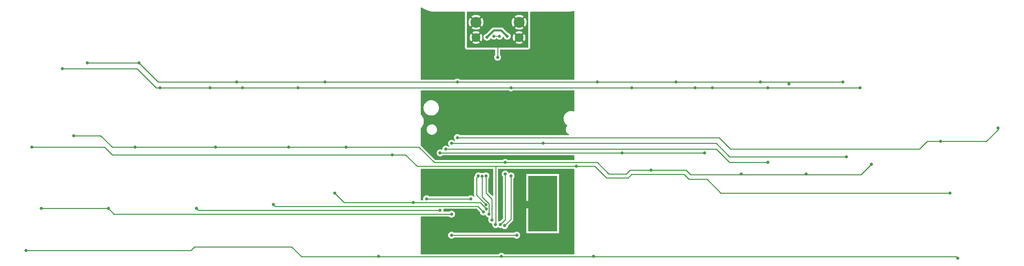
<source format=gbr>
%TF.GenerationSoftware,KiCad,Pcbnew,(6.0.7-1)-1*%
%TF.CreationDate,2022-12-23T00:58:56+01:00*%
%TF.ProjectId,acacia,61636163-6961-42e6-9b69-6361645f7063,rev?*%
%TF.SameCoordinates,Original*%
%TF.FileFunction,Copper,L1,Top*%
%TF.FilePolarity,Positive*%
%FSLAX46Y46*%
G04 Gerber Fmt 4.6, Leading zero omitted, Abs format (unit mm)*
G04 Created by KiCad (PCBNEW (6.0.7-1)-1) date 2022-12-23 00:58:56*
%MOMM*%
%LPD*%
G01*
G04 APERTURE LIST*
%TA.AperFunction,ComponentPad*%
%ADD10C,2.280000*%
%TD*%
%TA.AperFunction,ComponentPad*%
%ADD11C,2.850000*%
%TD*%
%TA.AperFunction,ViaPad*%
%ADD12C,0.800000*%
%TD*%
%TA.AperFunction,Conductor*%
%ADD13C,0.250000*%
%TD*%
%TA.AperFunction,Conductor*%
%ADD14C,0.200000*%
%TD*%
%TA.AperFunction,Conductor*%
%ADD15C,0.500000*%
%TD*%
G04 APERTURE END LIST*
D10*
%TO.P,J1,MH1,MH1*%
%TO.N,GNDPWR*%
X154380000Y-66850000D03*
%TO.P,J1,MH2,MH2*%
X165620000Y-66850000D03*
D11*
%TO.P,J1,MH3,MH3*%
X154380000Y-62850000D03*
%TO.P,J1,MH4,MH4*%
X165620000Y-62850000D03*
%TD*%
D12*
%TO.N,GNDPWR*%
X160000000Y-72000000D03*
%TO.N,/D-*%
X159012299Y-66487701D03*
X160500000Y-66500000D03*
%TO.N,GND*%
X157000000Y-122500000D03*
X165500000Y-107000000D03*
X172000000Y-110000000D03*
X157000000Y-74500000D03*
X153000000Y-104080995D03*
X163500000Y-73500000D03*
X163000000Y-122500000D03*
X162500000Y-91000000D03*
X157000000Y-73500000D03*
X168500000Y-86000000D03*
X171500000Y-91000000D03*
X160500000Y-111800000D03*
X157000000Y-91000000D03*
X165000000Y-104500000D03*
X158000000Y-104500000D03*
X163500000Y-74500000D03*
X167000000Y-113000000D03*
%TO.N,+5V*%
X164999999Y-118499999D03*
X148000000Y-118500000D03*
%TO.N,Net-(TP3-Pad1)*%
X157775500Y-113000000D03*
X155983029Y-103132698D03*
%TO.N,Net-(TP4-Pad1)*%
X158500000Y-114500000D03*
X156973684Y-103000000D03*
%TO.N,Net-(TP5-Pad1)*%
X156987701Y-110512299D03*
X154992510Y-102998989D03*
%TO.N,R0*%
X149500000Y-78500000D03*
X236000000Y-79000000D03*
X66500000Y-73500000D03*
X115000000Y-78500000D03*
X92000000Y-78500000D03*
X206500000Y-78500000D03*
X53000000Y-73500000D03*
X228500000Y-78500000D03*
X186000000Y-78500000D03*
X250000000Y-78500000D03*
%TO.N,R1*%
X161850498Y-116000000D03*
X72000000Y-80000000D03*
X254500000Y-80000000D03*
X216000000Y-80000000D03*
X93500000Y-80000000D03*
X108000000Y-80000000D03*
X211500000Y-80000000D03*
X85000000Y-80000000D03*
X163500000Y-80000000D03*
X230500000Y-80000000D03*
X163500000Y-103000000D03*
X195000000Y-80000000D03*
X46500000Y-75000000D03*
%TO.N,R2*%
X257500000Y-100000000D03*
X162000000Y-99500000D03*
X49500000Y-92500000D03*
X240500000Y-102500000D03*
X86500000Y-95500000D03*
X65500000Y-95500000D03*
X162000000Y-102500000D03*
X120500000Y-95500000D03*
X223500000Y-102500000D03*
X160719524Y-115724500D03*
X105500000Y-95500000D03*
X200000000Y-101500000D03*
%TO.N,R3*%
X132500000Y-97500000D03*
X180500000Y-100500000D03*
X159482612Y-115724500D03*
X38500000Y-95500000D03*
X278000000Y-107500000D03*
%TO.N,R4*%
X129000000Y-124000000D03*
X161000000Y-124017388D03*
X185000000Y-124000000D03*
X37000000Y-122500000D03*
X280000000Y-124500000D03*
%TO.N,C3*%
X157051000Y-111641355D03*
X117500000Y-107500000D03*
X138000000Y-110000000D03*
%TO.N,C2*%
X156326500Y-112430846D03*
X101500000Y-110500000D03*
%TO.N,C1*%
X81500000Y-111500000D03*
X145000000Y-112000000D03*
%TO.N,C0*%
X41000000Y-111500000D03*
X58500000Y-111500000D03*
X148000000Y-113000000D03*
%TO.N,C6*%
X214000000Y-97000000D03*
X192500000Y-97000000D03*
X145000000Y-97000000D03*
%TO.N,C7*%
X230500000Y-99500000D03*
X146500000Y-96000000D03*
%TO.N,C8*%
X148000000Y-94500000D03*
X251000000Y-98000000D03*
X171900000Y-94500000D03*
%TO.N,C9*%
X149500000Y-93000000D03*
X290500000Y-90500000D03*
X275500000Y-94000000D03*
%TO.N,~{RESET}*%
X141500000Y-109000000D03*
X153012299Y-108987701D03*
%TO.N,/VBUS*%
X157237701Y-66762299D03*
X162500000Y-66500000D03*
%TD*%
D13*
%TO.N,GNDPWR*%
X160000000Y-72000000D02*
X160000000Y-69000000D01*
D14*
%TO.N,/D-*%
X159024598Y-66500000D02*
X159012299Y-66487701D01*
X160500000Y-66500000D02*
X159024598Y-66500000D01*
D13*
%TO.N,+5V*%
X148000000Y-118500000D02*
X164999999Y-118499999D01*
%TO.N,Net-(TP3-Pad1)*%
X157775500Y-110275500D02*
X155983029Y-108483029D01*
X155983029Y-108483029D02*
X155983029Y-103132698D01*
X157775500Y-113000000D02*
X157775500Y-110275500D01*
%TO.N,Net-(TP4-Pad1)*%
X158500000Y-114500000D02*
X158500000Y-109000000D01*
X158500000Y-109000000D02*
X156973684Y-107473684D01*
X156973684Y-107473684D02*
X156973684Y-103000000D01*
%TO.N,Net-(TP5-Pad1)*%
X154500000Y-108024598D02*
X154500000Y-103491499D01*
X154500000Y-103491499D02*
X154992510Y-102998989D01*
X156987701Y-110512299D02*
X154500000Y-108024598D01*
%TO.N,R0*%
X250000000Y-78500000D02*
X149500000Y-78500000D01*
X66500000Y-73500000D02*
X71500000Y-78500000D01*
X71500000Y-78500000D02*
X149500000Y-78500000D01*
X66500000Y-73500000D02*
X53000000Y-73500000D01*
%TO.N,R1*%
X163500000Y-114350498D02*
X163500000Y-103000000D01*
X66000000Y-75000000D02*
X46500000Y-75000000D01*
X108000000Y-80000000D02*
X71000000Y-80000000D01*
X71000000Y-80000000D02*
X66000000Y-75000000D01*
X161850498Y-116000000D02*
X163500000Y-114350498D01*
X108000000Y-80000000D02*
X254500000Y-80000000D01*
%TO.N,R2*%
X139500000Y-95500000D02*
X143500000Y-99500000D01*
X143500000Y-99500000D02*
X161500000Y-99500000D01*
X56500000Y-92500000D02*
X59500000Y-95500000D01*
X49500000Y-92500000D02*
X56500000Y-92500000D01*
X209135690Y-101500000D02*
X210333197Y-102697507D01*
X254802493Y-102697507D02*
X257500000Y-100000000D01*
X160719524Y-115724500D02*
X162000000Y-114444024D01*
X161500000Y-99500000D02*
X162000000Y-99500000D01*
X194604082Y-101500000D02*
X209135690Y-101500000D01*
X210333197Y-102697507D02*
X254802493Y-102697507D01*
X161500000Y-99500000D02*
X186000000Y-99500000D01*
X193604082Y-102500000D02*
X194604082Y-101500000D01*
X162000000Y-114444024D02*
X162000000Y-102500000D01*
X59500000Y-95500000D02*
X139500000Y-95500000D01*
X189000000Y-102500000D02*
X193604082Y-102500000D01*
X186000000Y-99500000D02*
X189000000Y-102500000D01*
%TO.N,R3*%
X136000000Y-97500000D02*
X139000000Y-100500000D01*
X194030930Y-103500000D02*
X194903732Y-102627198D01*
X214611129Y-103878643D02*
X218232486Y-107500000D01*
X188363604Y-103500000D02*
X194030930Y-103500000D01*
X209878643Y-103878643D02*
X214611129Y-103878643D01*
X218232486Y-107500000D02*
X278000000Y-107500000D01*
X185363604Y-100500000D02*
X188363604Y-103500000D01*
X57500000Y-95500000D02*
X59500000Y-97500000D01*
X59500000Y-97500000D02*
X136000000Y-97500000D01*
X208627198Y-102627198D02*
X209878643Y-103878643D01*
X159500000Y-100500000D02*
X159500000Y-115707112D01*
X139000000Y-100500000D02*
X159500000Y-100500000D01*
X194903732Y-102627198D02*
X208627198Y-102627198D01*
X38500000Y-95500000D02*
X57500000Y-95500000D01*
X158500000Y-100500000D02*
X185363604Y-100500000D01*
X159500000Y-115707112D02*
X159482612Y-115724500D01*
%TO.N,R4*%
X279627198Y-124127198D02*
X108910017Y-124127198D01*
X280000000Y-124500000D02*
X279627198Y-124127198D01*
X80000000Y-122500000D02*
X37000000Y-122500000D01*
X106303407Y-121520588D02*
X80979412Y-121520588D01*
X108910017Y-124127198D02*
X106303407Y-121520588D01*
X80979412Y-121520588D02*
X80000000Y-122500000D01*
%TO.N,C3*%
X120000000Y-110000000D02*
X138000000Y-110000000D01*
X138000000Y-110000000D02*
X155450804Y-110000000D01*
X157051000Y-111600196D02*
X157051000Y-111641355D01*
X117500000Y-107500000D02*
X120000000Y-110000000D01*
X155450804Y-110000000D02*
X157051000Y-111600196D01*
%TO.N,C2*%
X101949501Y-110949501D02*
X154845155Y-110949501D01*
X101500000Y-110500000D02*
X101949501Y-110949501D01*
X154845155Y-110949501D02*
X156326500Y-112430846D01*
%TO.N,C1*%
X82000000Y-112000000D02*
X145000000Y-112000000D01*
X81500000Y-111500000D02*
X82000000Y-112000000D01*
%TO.N,C0*%
X58500000Y-111500000D02*
X41000000Y-111500000D01*
X60000000Y-113000000D02*
X148000000Y-113000000D01*
X58500000Y-111500000D02*
X60000000Y-113000000D01*
%TO.N,C6*%
X192500000Y-97000000D02*
X145000000Y-97000000D01*
X214000000Y-97000000D02*
X192500000Y-97000000D01*
%TO.N,C7*%
X217000000Y-96000000D02*
X220500000Y-99500000D01*
X220500000Y-99500000D02*
X230500000Y-99500000D01*
X146500000Y-96000000D02*
X217000000Y-96000000D01*
%TO.N,C8*%
X148000000Y-94500000D02*
X217000000Y-94500000D01*
X220500000Y-98000000D02*
X251000000Y-98000000D01*
X217000000Y-94500000D02*
X220500000Y-98000000D01*
%TO.N,C9*%
X290500000Y-91000000D02*
X290500000Y-90500000D01*
X287500000Y-94000000D02*
X290500000Y-91000000D01*
X272014788Y-94000000D02*
X270014788Y-96000000D01*
X217782629Y-93000000D02*
X149500000Y-93000000D01*
X270014788Y-96000000D02*
X220782629Y-96000000D01*
X273500000Y-94000000D02*
X287500000Y-94000000D01*
X273500000Y-94000000D02*
X272014788Y-94000000D01*
X220782629Y-96000000D02*
X217782629Y-93000000D01*
%TO.N,~{RESET}*%
X153012299Y-108987701D02*
X153000000Y-109000000D01*
X153000000Y-109000000D02*
X141500000Y-109000000D01*
D15*
%TO.N,/VBUS*%
X161000000Y-65000000D02*
X159000000Y-65000000D01*
X162500000Y-66500000D02*
X161000000Y-65000000D01*
X159000000Y-65000000D02*
X157237701Y-66762299D01*
%TD*%
%TA.AperFunction,Conductor*%
%TO.N,GNDPWR*%
G36*
X167942121Y-60151112D02*
G01*
X167988614Y-60204768D01*
X168000000Y-60257110D01*
X168000000Y-69374000D01*
X167979998Y-69442121D01*
X167926342Y-69488614D01*
X167874000Y-69500000D01*
X152126000Y-69500000D01*
X152057879Y-69479998D01*
X152011386Y-69426342D01*
X152000000Y-69374000D01*
X152000000Y-68185110D01*
X153410245Y-68185110D01*
X153414462Y-68191138D01*
X153625290Y-68320333D01*
X153634084Y-68324814D01*
X153864592Y-68420294D01*
X153873977Y-68423343D01*
X154116586Y-68481589D01*
X154126333Y-68483132D01*
X154375070Y-68502708D01*
X154384930Y-68502708D01*
X154633667Y-68483132D01*
X154643414Y-68481589D01*
X154886023Y-68423343D01*
X154895408Y-68420294D01*
X155125916Y-68324814D01*
X155134710Y-68320333D01*
X155344095Y-68192022D01*
X155348607Y-68185110D01*
X164650245Y-68185110D01*
X164654462Y-68191138D01*
X164865290Y-68320333D01*
X164874084Y-68324814D01*
X165104592Y-68420294D01*
X165113977Y-68423343D01*
X165356586Y-68481589D01*
X165366333Y-68483132D01*
X165615070Y-68502708D01*
X165624930Y-68502708D01*
X165873667Y-68483132D01*
X165883414Y-68481589D01*
X166126023Y-68423343D01*
X166135408Y-68420294D01*
X166365916Y-68324814D01*
X166374710Y-68320333D01*
X166584095Y-68192022D01*
X166589829Y-68183238D01*
X166583823Y-68173033D01*
X165632812Y-67222022D01*
X165618868Y-67214408D01*
X165617035Y-67214539D01*
X165610420Y-67218790D01*
X164657637Y-68171573D01*
X164650245Y-68185110D01*
X155348607Y-68185110D01*
X155349829Y-68183238D01*
X155343823Y-68173033D01*
X154392812Y-67222022D01*
X154378868Y-67214408D01*
X154377035Y-67214539D01*
X154370420Y-67218790D01*
X153417637Y-68171573D01*
X153410245Y-68185110D01*
X152000000Y-68185110D01*
X152000000Y-66854930D01*
X152727292Y-66854930D01*
X152746868Y-67103667D01*
X152748411Y-67113414D01*
X152806657Y-67356023D01*
X152809706Y-67365408D01*
X152905186Y-67595916D01*
X152909667Y-67604710D01*
X153037978Y-67814095D01*
X153046762Y-67819829D01*
X153056967Y-67813823D01*
X154007978Y-66862812D01*
X154014356Y-66851132D01*
X154744408Y-66851132D01*
X154744539Y-66852965D01*
X154748790Y-66859580D01*
X155701573Y-67812363D01*
X155715110Y-67819755D01*
X155721138Y-67815538D01*
X155850333Y-67604710D01*
X155854814Y-67595916D01*
X155950294Y-67365408D01*
X155953343Y-67356023D01*
X156011589Y-67113414D01*
X156013132Y-67103667D01*
X156032708Y-66854930D01*
X156032708Y-66845070D01*
X156026194Y-66762299D01*
X156324197Y-66762299D01*
X156324887Y-66768864D01*
X156334422Y-66859580D01*
X156344159Y-66952227D01*
X156403174Y-67133855D01*
X156406477Y-67139577D01*
X156406478Y-67139578D01*
X156422060Y-67166567D01*
X156498661Y-67299243D01*
X156626448Y-67441165D01*
X156780949Y-67553417D01*
X156786977Y-67556101D01*
X156786979Y-67556102D01*
X156949382Y-67628408D01*
X156955413Y-67631093D01*
X157048814Y-67650946D01*
X157135757Y-67669427D01*
X157135762Y-67669427D01*
X157142214Y-67670799D01*
X157333188Y-67670799D01*
X157339640Y-67669427D01*
X157339645Y-67669427D01*
X157426588Y-67650946D01*
X157519989Y-67631093D01*
X157526020Y-67628408D01*
X157688423Y-67556102D01*
X157688425Y-67556101D01*
X157694453Y-67553417D01*
X157848954Y-67441165D01*
X157976741Y-67299243D01*
X158053342Y-67166567D01*
X158068924Y-67139578D01*
X158068925Y-67139577D01*
X158072228Y-67133855D01*
X158084172Y-67097095D01*
X158124243Y-67038492D01*
X158189640Y-67010854D01*
X158259597Y-67022960D01*
X158297640Y-67051723D01*
X158401046Y-67166567D01*
X158555547Y-67278819D01*
X158561575Y-67281503D01*
X158561577Y-67281504D01*
X158723980Y-67353810D01*
X158730011Y-67356495D01*
X158794328Y-67370166D01*
X158910355Y-67394829D01*
X158910360Y-67394829D01*
X158916812Y-67396201D01*
X159107786Y-67396201D01*
X159114238Y-67394829D01*
X159114243Y-67394829D01*
X159230270Y-67370166D01*
X159294587Y-67356495D01*
X159300618Y-67353810D01*
X159463021Y-67281504D01*
X159463023Y-67281503D01*
X159469051Y-67278819D01*
X159551674Y-67218790D01*
X159613383Y-67173955D01*
X159623552Y-67166567D01*
X159638299Y-67150189D01*
X159698746Y-67112950D01*
X159731935Y-67108500D01*
X159769290Y-67108500D01*
X159837411Y-67128502D01*
X159862926Y-67150189D01*
X159881166Y-67170446D01*
X159888747Y-67178866D01*
X159910329Y-67194546D01*
X160030016Y-67281504D01*
X160043248Y-67291118D01*
X160049276Y-67293802D01*
X160049278Y-67293803D01*
X160193169Y-67357867D01*
X160217712Y-67368794D01*
X160311113Y-67388647D01*
X160398056Y-67407128D01*
X160398061Y-67407128D01*
X160404513Y-67408500D01*
X160595487Y-67408500D01*
X160601939Y-67407128D01*
X160601944Y-67407128D01*
X160688887Y-67388647D01*
X160782288Y-67368794D01*
X160806831Y-67357867D01*
X160950722Y-67293803D01*
X160950724Y-67293802D01*
X160956752Y-67291118D01*
X160969985Y-67281504D01*
X161051854Y-67222022D01*
X161111253Y-67178866D01*
X161118831Y-67170450D01*
X161234621Y-67041852D01*
X161234622Y-67041851D01*
X161239040Y-67036944D01*
X161334527Y-66871556D01*
X161380167Y-66731090D01*
X161420241Y-66672486D01*
X161485637Y-66644849D01*
X161555594Y-66656956D01*
X161607900Y-66704962D01*
X161619832Y-66731089D01*
X161665473Y-66871556D01*
X161760960Y-67036944D01*
X161765378Y-67041851D01*
X161765379Y-67041852D01*
X161881169Y-67170450D01*
X161888747Y-67178866D01*
X161948146Y-67222022D01*
X162030016Y-67281504D01*
X162043248Y-67291118D01*
X162049276Y-67293802D01*
X162049278Y-67293803D01*
X162193169Y-67357867D01*
X162217712Y-67368794D01*
X162311113Y-67388647D01*
X162398056Y-67407128D01*
X162398061Y-67407128D01*
X162404513Y-67408500D01*
X162595487Y-67408500D01*
X162601939Y-67407128D01*
X162601944Y-67407128D01*
X162688887Y-67388647D01*
X162782288Y-67368794D01*
X162806831Y-67357867D01*
X162950722Y-67293803D01*
X162950724Y-67293802D01*
X162956752Y-67291118D01*
X162969985Y-67281504D01*
X163051854Y-67222022D01*
X163111253Y-67178866D01*
X163118831Y-67170450D01*
X163234621Y-67041852D01*
X163234622Y-67041851D01*
X163239040Y-67036944D01*
X163334527Y-66871556D01*
X163339929Y-66854930D01*
X163967292Y-66854930D01*
X163986868Y-67103667D01*
X163988411Y-67113414D01*
X164046657Y-67356023D01*
X164049706Y-67365408D01*
X164145186Y-67595916D01*
X164149667Y-67604710D01*
X164277978Y-67814095D01*
X164286762Y-67819829D01*
X164296967Y-67813823D01*
X165247978Y-66862812D01*
X165254356Y-66851132D01*
X165984408Y-66851132D01*
X165984539Y-66852965D01*
X165988790Y-66859580D01*
X166941573Y-67812363D01*
X166955110Y-67819755D01*
X166961138Y-67815538D01*
X167090333Y-67604710D01*
X167094814Y-67595916D01*
X167190294Y-67365408D01*
X167193343Y-67356023D01*
X167251589Y-67113414D01*
X167253132Y-67103667D01*
X167272708Y-66854930D01*
X167272708Y-66845070D01*
X167253132Y-66596333D01*
X167251589Y-66586586D01*
X167193343Y-66343977D01*
X167190294Y-66334592D01*
X167094814Y-66104084D01*
X167090333Y-66095290D01*
X166962022Y-65885905D01*
X166953238Y-65880171D01*
X166943033Y-65886177D01*
X165992022Y-66837188D01*
X165984408Y-66851132D01*
X165254356Y-66851132D01*
X165255592Y-66848868D01*
X165255461Y-66847035D01*
X165251210Y-66840420D01*
X164298427Y-65887637D01*
X164284890Y-65880245D01*
X164278862Y-65884462D01*
X164149667Y-66095290D01*
X164145186Y-66104084D01*
X164049706Y-66334592D01*
X164046657Y-66343977D01*
X163988411Y-66586586D01*
X163986868Y-66596333D01*
X163967292Y-66845070D01*
X163967292Y-66854930D01*
X163339929Y-66854930D01*
X163393542Y-66689928D01*
X163397008Y-66656956D01*
X163412814Y-66506565D01*
X163413504Y-66500000D01*
X163393542Y-66310072D01*
X163334527Y-66128444D01*
X163315386Y-66095290D01*
X163297314Y-66063990D01*
X163239040Y-65963056D01*
X163111253Y-65821134D01*
X162956752Y-65708882D01*
X162950724Y-65706198D01*
X162950722Y-65706197D01*
X162788319Y-65633891D01*
X162788318Y-65633891D01*
X162782288Y-65631206D01*
X162775833Y-65629834D01*
X162775824Y-65629831D01*
X162719228Y-65617801D01*
X162656331Y-65583650D01*
X162589443Y-65516762D01*
X164650171Y-65516762D01*
X164656177Y-65526967D01*
X165607188Y-66477978D01*
X165621132Y-66485592D01*
X165622965Y-66485461D01*
X165629580Y-66481210D01*
X166582363Y-65528427D01*
X166589755Y-65514890D01*
X166585538Y-65508862D01*
X166374710Y-65379667D01*
X166365916Y-65375186D01*
X166135408Y-65279706D01*
X166126023Y-65276657D01*
X165883414Y-65218411D01*
X165873667Y-65216868D01*
X165624930Y-65197292D01*
X165615070Y-65197292D01*
X165366333Y-65216868D01*
X165356586Y-65218411D01*
X165113977Y-65276657D01*
X165104592Y-65279706D01*
X164874084Y-65375186D01*
X164865290Y-65379667D01*
X164655905Y-65507978D01*
X164650171Y-65516762D01*
X162589443Y-65516762D01*
X161583770Y-64511089D01*
X161571384Y-64496677D01*
X161562851Y-64485082D01*
X161562846Y-64485077D01*
X161558508Y-64479182D01*
X161552930Y-64474443D01*
X161552927Y-64474440D01*
X161518232Y-64444965D01*
X161510716Y-64438035D01*
X161505021Y-64432340D01*
X161488736Y-64419456D01*
X161482749Y-64414719D01*
X161479345Y-64411928D01*
X161448328Y-64385577D01*
X164449590Y-64385577D01*
X164456980Y-64395879D01*
X164502217Y-64432707D01*
X164509492Y-64437821D01*
X164736379Y-64574418D01*
X164744303Y-64578454D01*
X164988165Y-64681718D01*
X164996570Y-64684596D01*
X165252565Y-64752471D01*
X165261286Y-64754135D01*
X165524295Y-64785264D01*
X165533160Y-64785682D01*
X165797917Y-64779442D01*
X165806777Y-64778605D01*
X166068001Y-64735126D01*
X166076658Y-64733047D01*
X166329157Y-64653192D01*
X166337419Y-64649921D01*
X166576149Y-64535284D01*
X166583874Y-64530878D01*
X166783293Y-64397631D01*
X166791581Y-64387713D01*
X166784324Y-64373534D01*
X165632812Y-63222022D01*
X165618868Y-63214408D01*
X165617035Y-63214539D01*
X165610420Y-63218790D01*
X164456756Y-64372454D01*
X164449590Y-64385577D01*
X161448328Y-64385577D01*
X161429297Y-64369409D01*
X161429295Y-64369408D01*
X161423715Y-64364667D01*
X161417199Y-64361339D01*
X161412150Y-64357972D01*
X161407021Y-64354805D01*
X161401284Y-64350266D01*
X161335125Y-64319345D01*
X161331225Y-64317439D01*
X161266192Y-64284231D01*
X161259084Y-64282492D01*
X161253441Y-64280393D01*
X161247678Y-64278476D01*
X161241050Y-64275378D01*
X161169583Y-64260513D01*
X161165299Y-64259543D01*
X161130958Y-64251140D01*
X161094390Y-64242192D01*
X161088788Y-64241844D01*
X161088785Y-64241844D01*
X161083236Y-64241500D01*
X161083238Y-64241464D01*
X161079245Y-64241225D01*
X161075053Y-64240851D01*
X161067885Y-64239360D01*
X161004120Y-64241085D01*
X160990479Y-64241454D01*
X160987072Y-64241500D01*
X159067069Y-64241500D01*
X159048121Y-64240067D01*
X159040780Y-64238950D01*
X159033883Y-64237901D01*
X159033881Y-64237901D01*
X159026651Y-64236801D01*
X159019359Y-64237394D01*
X159019356Y-64237394D01*
X158973982Y-64241085D01*
X158963767Y-64241500D01*
X158955707Y-64241500D01*
X158942417Y-64243049D01*
X158927493Y-64244789D01*
X158923118Y-64245222D01*
X158857661Y-64250546D01*
X158857658Y-64250547D01*
X158850363Y-64251140D01*
X158843399Y-64253396D01*
X158837440Y-64254587D01*
X158831585Y-64255971D01*
X158824319Y-64256818D01*
X158755673Y-64281735D01*
X158751545Y-64283152D01*
X158689064Y-64303393D01*
X158689062Y-64303394D01*
X158682101Y-64305649D01*
X158675846Y-64309445D01*
X158670372Y-64311951D01*
X158664942Y-64314670D01*
X158658063Y-64317167D01*
X158651943Y-64321180D01*
X158651942Y-64321180D01*
X158597024Y-64357186D01*
X158593320Y-64359523D01*
X158530893Y-64397405D01*
X158522516Y-64404803D01*
X158522492Y-64404776D01*
X158519500Y-64407429D01*
X158516267Y-64410132D01*
X158510148Y-64414144D01*
X158480951Y-64444965D01*
X158456872Y-64470383D01*
X158454494Y-64472825D01*
X157081370Y-65845949D01*
X157018473Y-65880100D01*
X156961877Y-65892130D01*
X156961868Y-65892133D01*
X156955413Y-65893505D01*
X156949383Y-65896190D01*
X156949382Y-65896190D01*
X156786979Y-65968496D01*
X156786977Y-65968497D01*
X156780949Y-65971181D01*
X156626448Y-66083433D01*
X156498661Y-66225355D01*
X156403174Y-66390743D01*
X156344159Y-66572371D01*
X156343469Y-66578932D01*
X156343469Y-66578934D01*
X156332493Y-66683365D01*
X156324197Y-66762299D01*
X156026194Y-66762299D01*
X156013132Y-66596333D01*
X156011589Y-66586586D01*
X155953343Y-66343977D01*
X155950294Y-66334592D01*
X155854814Y-66104084D01*
X155850333Y-66095290D01*
X155722022Y-65885905D01*
X155713238Y-65880171D01*
X155703033Y-65886177D01*
X154752022Y-66837188D01*
X154744408Y-66851132D01*
X154014356Y-66851132D01*
X154015592Y-66848868D01*
X154015461Y-66847035D01*
X154011210Y-66840420D01*
X153058427Y-65887637D01*
X153044890Y-65880245D01*
X153038862Y-65884462D01*
X152909667Y-66095290D01*
X152905186Y-66104084D01*
X152809706Y-66334592D01*
X152806657Y-66343977D01*
X152748411Y-66586586D01*
X152746868Y-66596333D01*
X152727292Y-66845070D01*
X152727292Y-66854930D01*
X152000000Y-66854930D01*
X152000000Y-65516762D01*
X153410171Y-65516762D01*
X153416177Y-65526967D01*
X154367188Y-66477978D01*
X154381132Y-66485592D01*
X154382965Y-66485461D01*
X154389580Y-66481210D01*
X155342363Y-65528427D01*
X155349755Y-65514890D01*
X155345538Y-65508862D01*
X155134710Y-65379667D01*
X155125916Y-65375186D01*
X154895408Y-65279706D01*
X154886023Y-65276657D01*
X154643414Y-65218411D01*
X154633667Y-65216868D01*
X154384930Y-65197292D01*
X154375070Y-65197292D01*
X154126333Y-65216868D01*
X154116586Y-65218411D01*
X153873977Y-65276657D01*
X153864592Y-65279706D01*
X153634084Y-65375186D01*
X153625290Y-65379667D01*
X153415905Y-65507978D01*
X153410171Y-65516762D01*
X152000000Y-65516762D01*
X152000000Y-64385577D01*
X153209590Y-64385577D01*
X153216980Y-64395879D01*
X153262217Y-64432707D01*
X153269492Y-64437821D01*
X153496379Y-64574418D01*
X153504303Y-64578454D01*
X153748165Y-64681718D01*
X153756570Y-64684596D01*
X154012565Y-64752471D01*
X154021286Y-64754135D01*
X154284295Y-64785264D01*
X154293160Y-64785682D01*
X154557917Y-64779442D01*
X154566777Y-64778605D01*
X154828001Y-64735126D01*
X154836658Y-64733047D01*
X155089157Y-64653192D01*
X155097419Y-64649921D01*
X155336149Y-64535284D01*
X155343874Y-64530878D01*
X155543293Y-64397631D01*
X155551581Y-64387713D01*
X155544324Y-64373534D01*
X154392812Y-63222022D01*
X154378868Y-63214408D01*
X154377035Y-63214539D01*
X154370420Y-63218790D01*
X153216756Y-64372454D01*
X153209590Y-64385577D01*
X152000000Y-64385577D01*
X152000000Y-62793580D01*
X152443193Y-62793580D01*
X152453590Y-63058209D01*
X152454565Y-63067038D01*
X152502146Y-63327565D01*
X152504355Y-63336169D01*
X152588168Y-63587388D01*
X152591572Y-63595606D01*
X152709946Y-63832511D01*
X152714464Y-63840150D01*
X152833380Y-64012208D01*
X152843700Y-64020560D01*
X152857354Y-64013436D01*
X154007978Y-62862812D01*
X154014356Y-62851132D01*
X154744408Y-62851132D01*
X154744539Y-62852965D01*
X154748790Y-62859580D01*
X155903262Y-64014052D01*
X155916662Y-64021369D01*
X155926566Y-64014382D01*
X155944963Y-63992496D01*
X155950181Y-63985313D01*
X156090325Y-63760600D01*
X156094486Y-63752740D01*
X156201564Y-63510535D01*
X156204580Y-63502158D01*
X156276462Y-63247282D01*
X156278266Y-63238574D01*
X156313687Y-62974866D01*
X156314215Y-62968473D01*
X156317837Y-62853222D01*
X156317710Y-62846779D01*
X156313943Y-62793580D01*
X163683193Y-62793580D01*
X163693590Y-63058209D01*
X163694565Y-63067038D01*
X163742146Y-63327565D01*
X163744355Y-63336169D01*
X163828168Y-63587388D01*
X163831572Y-63595606D01*
X163949946Y-63832511D01*
X163954464Y-63840150D01*
X164073380Y-64012208D01*
X164083700Y-64020560D01*
X164097354Y-64013436D01*
X165247978Y-62862812D01*
X165254356Y-62851132D01*
X165984408Y-62851132D01*
X165984539Y-62852965D01*
X165988790Y-62859580D01*
X167143262Y-64014052D01*
X167156662Y-64021369D01*
X167166566Y-64014382D01*
X167184963Y-63992496D01*
X167190181Y-63985313D01*
X167330325Y-63760600D01*
X167334486Y-63752740D01*
X167441564Y-63510535D01*
X167444580Y-63502158D01*
X167516462Y-63247282D01*
X167518266Y-63238574D01*
X167553687Y-62974866D01*
X167554215Y-62968473D01*
X167557837Y-62853222D01*
X167557710Y-62846779D01*
X167538919Y-62581394D01*
X167537666Y-62572584D01*
X167481926Y-62313680D01*
X167479450Y-62305159D01*
X167387784Y-62056688D01*
X167384129Y-62048593D01*
X167258371Y-61815523D01*
X167253609Y-61808018D01*
X167165635Y-61688910D01*
X167154510Y-61680470D01*
X167141914Y-61687296D01*
X165992022Y-62837188D01*
X165984408Y-62851132D01*
X165254356Y-62851132D01*
X165255592Y-62848868D01*
X165255461Y-62847035D01*
X165251210Y-62840420D01*
X164098016Y-61687226D01*
X164085176Y-61680215D01*
X164074484Y-61688012D01*
X164019929Y-61757215D01*
X164014931Y-61764571D01*
X163881912Y-61993578D01*
X163878008Y-62001548D01*
X163778584Y-62247013D01*
X163775837Y-62255469D01*
X163711993Y-62512487D01*
X163710465Y-62521245D01*
X163683472Y-62784696D01*
X163683193Y-62793580D01*
X156313943Y-62793580D01*
X156298919Y-62581394D01*
X156297666Y-62572584D01*
X156241926Y-62313680D01*
X156239450Y-62305159D01*
X156147784Y-62056688D01*
X156144129Y-62048593D01*
X156018371Y-61815523D01*
X156013609Y-61808018D01*
X155925635Y-61688910D01*
X155914510Y-61680470D01*
X155901914Y-61687296D01*
X154752022Y-62837188D01*
X154744408Y-62851132D01*
X154014356Y-62851132D01*
X154015592Y-62848868D01*
X154015461Y-62847035D01*
X154011210Y-62840420D01*
X152858016Y-61687226D01*
X152845176Y-61680215D01*
X152834484Y-61688012D01*
X152779929Y-61757215D01*
X152774931Y-61764571D01*
X152641912Y-61993578D01*
X152638008Y-62001548D01*
X152538584Y-62247013D01*
X152535837Y-62255469D01*
X152471993Y-62512487D01*
X152470465Y-62521245D01*
X152443472Y-62784696D01*
X152443193Y-62793580D01*
X152000000Y-62793580D01*
X152000000Y-61314766D01*
X153210123Y-61314766D01*
X153217103Y-61327893D01*
X154367188Y-62477978D01*
X154381132Y-62485592D01*
X154382965Y-62485461D01*
X154389580Y-62481210D01*
X155542641Y-61328149D01*
X155549495Y-61315597D01*
X155548879Y-61314766D01*
X164450123Y-61314766D01*
X164457103Y-61327893D01*
X165607188Y-62477978D01*
X165621132Y-62485592D01*
X165622965Y-62485461D01*
X165629580Y-62481210D01*
X166782641Y-61328149D01*
X166789495Y-61315597D01*
X166781288Y-61304526D01*
X166687512Y-61232959D01*
X166680083Y-61228079D01*
X166449020Y-61098677D01*
X166440986Y-61094896D01*
X166193975Y-60999335D01*
X166185503Y-60996728D01*
X165927499Y-60936927D01*
X165918721Y-60935537D01*
X165654872Y-60912685D01*
X165646001Y-60912545D01*
X165381553Y-60927099D01*
X165372748Y-60928211D01*
X165112989Y-60979881D01*
X165104437Y-60982221D01*
X164854559Y-61069970D01*
X164846393Y-61073504D01*
X164611381Y-61195584D01*
X164603809Y-61200223D01*
X164458525Y-61304045D01*
X164450123Y-61314766D01*
X155548879Y-61314766D01*
X155541288Y-61304526D01*
X155447512Y-61232959D01*
X155440083Y-61228079D01*
X155209020Y-61098677D01*
X155200986Y-61094896D01*
X154953975Y-60999335D01*
X154945503Y-60996728D01*
X154687499Y-60936927D01*
X154678721Y-60935537D01*
X154414872Y-60912685D01*
X154406001Y-60912545D01*
X154141553Y-60927099D01*
X154132748Y-60928211D01*
X153872989Y-60979881D01*
X153864437Y-60982221D01*
X153614559Y-61069970D01*
X153606393Y-61073504D01*
X153371381Y-61195584D01*
X153363809Y-61200223D01*
X153218525Y-61304045D01*
X153210123Y-61314766D01*
X152000000Y-61314766D01*
X152000000Y-60257110D01*
X152020002Y-60188989D01*
X152073658Y-60142496D01*
X152126000Y-60131110D01*
X167874000Y-60131110D01*
X167942121Y-60151112D01*
G37*
%TD.AperFunction*%
%TD*%
%TA.AperFunction,Conductor*%
%TO.N,GND*%
G36*
X179859921Y-101153502D02*
G01*
X179879147Y-101169843D01*
X179879420Y-101169540D01*
X179884332Y-101173963D01*
X179888747Y-101178866D01*
X179927688Y-101207158D01*
X179948061Y-101221960D01*
X179991415Y-101278182D01*
X180000000Y-101323896D01*
X180000000Y-123367698D01*
X179979998Y-123435819D01*
X179926342Y-123482312D01*
X179874000Y-123493698D01*
X161807072Y-123493698D01*
X161738951Y-123473696D01*
X161713436Y-123452008D01*
X161698860Y-123435819D01*
X161611253Y-123338522D01*
X161456752Y-123226270D01*
X161450724Y-123223586D01*
X161450722Y-123223585D01*
X161288319Y-123151279D01*
X161288318Y-123151279D01*
X161282288Y-123148594D01*
X161188888Y-123128741D01*
X161101944Y-123110260D01*
X161101939Y-123110260D01*
X161095487Y-123108888D01*
X160904513Y-123108888D01*
X160898061Y-123110260D01*
X160898056Y-123110260D01*
X160811112Y-123128741D01*
X160717712Y-123148594D01*
X160711682Y-123151279D01*
X160711681Y-123151279D01*
X160549278Y-123223585D01*
X160549276Y-123223586D01*
X160543248Y-123226270D01*
X160388747Y-123338522D01*
X160301141Y-123435819D01*
X160286564Y-123452008D01*
X160226118Y-123489248D01*
X160192928Y-123493698D01*
X140126000Y-123493698D01*
X140057879Y-123473696D01*
X140011386Y-123420040D01*
X140000000Y-123367698D01*
X140000000Y-118500000D01*
X147086496Y-118500000D01*
X147106458Y-118689928D01*
X147165473Y-118871556D01*
X147260960Y-119036944D01*
X147388747Y-119178866D01*
X147543248Y-119291118D01*
X147549276Y-119293802D01*
X147549278Y-119293803D01*
X147653652Y-119340273D01*
X147717712Y-119368794D01*
X147811112Y-119388647D01*
X147898056Y-119407128D01*
X147898061Y-119407128D01*
X147904513Y-119408500D01*
X148095487Y-119408500D01*
X148101939Y-119407128D01*
X148101944Y-119407128D01*
X148188888Y-119388647D01*
X148282288Y-119368794D01*
X148346348Y-119340273D01*
X148450722Y-119293803D01*
X148450724Y-119293802D01*
X148456752Y-119291118D01*
X148611253Y-119178866D01*
X148615668Y-119173963D01*
X148620580Y-119169540D01*
X148621705Y-119170789D01*
X148675014Y-119137949D01*
X148708200Y-119133500D01*
X156500000Y-119133500D01*
X164291799Y-119133499D01*
X164359920Y-119153501D01*
X164379146Y-119169842D01*
X164379419Y-119169539D01*
X164384331Y-119173962D01*
X164388746Y-119178865D01*
X164543247Y-119291117D01*
X164549275Y-119293801D01*
X164549277Y-119293802D01*
X164711680Y-119366108D01*
X164717711Y-119368793D01*
X164811112Y-119388646D01*
X164898055Y-119407127D01*
X164898060Y-119407127D01*
X164904512Y-119408499D01*
X165095486Y-119408499D01*
X165101938Y-119407127D01*
X165101943Y-119407127D01*
X165188886Y-119388646D01*
X165282287Y-119368793D01*
X165288318Y-119366108D01*
X165450721Y-119293802D01*
X165450723Y-119293801D01*
X165456751Y-119291117D01*
X165611252Y-119178865D01*
X165739039Y-119036943D01*
X165834526Y-118871555D01*
X165893541Y-118689927D01*
X165913503Y-118499999D01*
X165893541Y-118310071D01*
X165834526Y-118128443D01*
X165760369Y-118000000D01*
X167500000Y-118000000D01*
X176000000Y-118000000D01*
X176000000Y-102500000D01*
X167500000Y-102500000D01*
X167500000Y-109500000D01*
X168000000Y-109500000D01*
X168000000Y-103126000D01*
X168020002Y-103057879D01*
X168073658Y-103011386D01*
X168126000Y-103000000D01*
X175374000Y-103000000D01*
X175442121Y-103020002D01*
X175488614Y-103073658D01*
X175500000Y-103126000D01*
X175500000Y-117374000D01*
X175479998Y-117442121D01*
X175426342Y-117488614D01*
X175374000Y-117500000D01*
X168126000Y-117500000D01*
X168057879Y-117479998D01*
X168011386Y-117426342D01*
X168000000Y-117374000D01*
X168000000Y-111500000D01*
X167500000Y-111500000D01*
X167500000Y-118000000D01*
X165760369Y-118000000D01*
X165739039Y-117963055D01*
X165611252Y-117821133D01*
X165456751Y-117708881D01*
X165450723Y-117706197D01*
X165450721Y-117706196D01*
X165288318Y-117633890D01*
X165288317Y-117633890D01*
X165282287Y-117631205D01*
X165188886Y-117611352D01*
X165101943Y-117592871D01*
X165101938Y-117592871D01*
X165095486Y-117591499D01*
X164904512Y-117591499D01*
X164898060Y-117592871D01*
X164898055Y-117592871D01*
X164811112Y-117611352D01*
X164717711Y-117631205D01*
X164711681Y-117633890D01*
X164711680Y-117633890D01*
X164549277Y-117706196D01*
X164549275Y-117706197D01*
X164543247Y-117708881D01*
X164388746Y-117821133D01*
X164384331Y-117826036D01*
X164379419Y-117830459D01*
X164378294Y-117829210D01*
X164324985Y-117862050D01*
X164291799Y-117866499D01*
X156500000Y-117866500D01*
X148708200Y-117866500D01*
X148640079Y-117846498D01*
X148620853Y-117830157D01*
X148620580Y-117830460D01*
X148615668Y-117826037D01*
X148611253Y-117821134D01*
X148456752Y-117708882D01*
X148450724Y-117706198D01*
X148450722Y-117706197D01*
X148288319Y-117633891D01*
X148288316Y-117633890D01*
X148282288Y-117631206D01*
X148188887Y-117611353D01*
X148101944Y-117592872D01*
X148101939Y-117592872D01*
X148095487Y-117591500D01*
X147904513Y-117591500D01*
X147898061Y-117592872D01*
X147898056Y-117592872D01*
X147811113Y-117611353D01*
X147717712Y-117631206D01*
X147711684Y-117633890D01*
X147711681Y-117633891D01*
X147549278Y-117706197D01*
X147549276Y-117706198D01*
X147543248Y-117708882D01*
X147388747Y-117821134D01*
X147260960Y-117963056D01*
X147165473Y-118128444D01*
X147106458Y-118310072D01*
X147086496Y-118500000D01*
X140000000Y-118500000D01*
X140000000Y-113759500D01*
X140020002Y-113691379D01*
X140073658Y-113644886D01*
X140126000Y-113633500D01*
X147291800Y-113633500D01*
X147359921Y-113653502D01*
X147379147Y-113669843D01*
X147379420Y-113669540D01*
X147384332Y-113673963D01*
X147388747Y-113678866D01*
X147543248Y-113791118D01*
X147549276Y-113793802D01*
X147549278Y-113793803D01*
X147711681Y-113866109D01*
X147717712Y-113868794D01*
X147811112Y-113888647D01*
X147898056Y-113907128D01*
X147898061Y-113907128D01*
X147904513Y-113908500D01*
X148095487Y-113908500D01*
X148101939Y-113907128D01*
X148101944Y-113907128D01*
X148188888Y-113888647D01*
X148282288Y-113868794D01*
X148288319Y-113866109D01*
X148450722Y-113793803D01*
X148450724Y-113793802D01*
X148456752Y-113791118D01*
X148611253Y-113678866D01*
X148739040Y-113536944D01*
X148834527Y-113371556D01*
X148893542Y-113189928D01*
X148897417Y-113153065D01*
X148912814Y-113006565D01*
X148913504Y-113000000D01*
X148912814Y-112993435D01*
X148894232Y-112816635D01*
X148894232Y-112816633D01*
X148893542Y-112810072D01*
X148834527Y-112628444D01*
X148739040Y-112463056D01*
X148611253Y-112321134D01*
X148456752Y-112208882D01*
X148450724Y-112206198D01*
X148450722Y-112206197D01*
X148288319Y-112133891D01*
X148288318Y-112133891D01*
X148282288Y-112131206D01*
X148188888Y-112111353D01*
X148101944Y-112092872D01*
X148101939Y-112092872D01*
X148095487Y-112091500D01*
X147904513Y-112091500D01*
X147898061Y-112092872D01*
X147898056Y-112092872D01*
X147811113Y-112111353D01*
X147717712Y-112131206D01*
X147711682Y-112133891D01*
X147711681Y-112133891D01*
X147549278Y-112206197D01*
X147549276Y-112206198D01*
X147543248Y-112208882D01*
X147388747Y-112321134D01*
X147384332Y-112326037D01*
X147379420Y-112330460D01*
X147378295Y-112329211D01*
X147324986Y-112362051D01*
X147291800Y-112366500D01*
X146009594Y-112366500D01*
X145941473Y-112346498D01*
X145894980Y-112292842D01*
X145884876Y-112222568D01*
X145889762Y-112201562D01*
X145891502Y-112196208D01*
X145891503Y-112196203D01*
X145893542Y-112189928D01*
X145900929Y-112119650D01*
X145912814Y-112006565D01*
X145913504Y-112000000D01*
X145893542Y-111810072D01*
X145873353Y-111747937D01*
X145871325Y-111676970D01*
X145907988Y-111616172D01*
X145971700Y-111584846D01*
X145993186Y-111583001D01*
X154530561Y-111583001D01*
X154598682Y-111603003D01*
X154619656Y-111619906D01*
X155379378Y-112379628D01*
X155413404Y-112441940D01*
X155415592Y-112455549D01*
X155432958Y-112620774D01*
X155491973Y-112802402D01*
X155587460Y-112967790D01*
X155715247Y-113109712D01*
X155869748Y-113221964D01*
X155875776Y-113224648D01*
X155875778Y-113224649D01*
X155948692Y-113257112D01*
X156044212Y-113299640D01*
X156137612Y-113319493D01*
X156224556Y-113337974D01*
X156224561Y-113337974D01*
X156231013Y-113339346D01*
X156421987Y-113339346D01*
X156428439Y-113337974D01*
X156428444Y-113337974D01*
X156515388Y-113319493D01*
X156608788Y-113299640D01*
X156750738Y-113236440D01*
X156821105Y-113227006D01*
X156885402Y-113257112D01*
X156921820Y-113312610D01*
X156940973Y-113371556D01*
X157036460Y-113536944D01*
X157164247Y-113678866D01*
X157318748Y-113791118D01*
X157324776Y-113793802D01*
X157324778Y-113793803D01*
X157487181Y-113866109D01*
X157493212Y-113868794D01*
X157610534Y-113893732D01*
X157673006Y-113927459D01*
X157707328Y-113989609D01*
X157702600Y-114060448D01*
X157693455Y-114079977D01*
X157665473Y-114128444D01*
X157606458Y-114310072D01*
X157605768Y-114316633D01*
X157605768Y-114316635D01*
X157600101Y-114370555D01*
X157586496Y-114500000D01*
X157587186Y-114506565D01*
X157605604Y-114681799D01*
X157606458Y-114689928D01*
X157665473Y-114871556D01*
X157668776Y-114877278D01*
X157668777Y-114877279D01*
X157694282Y-114921455D01*
X157760960Y-115036944D01*
X157888747Y-115178866D01*
X158043248Y-115291118D01*
X158049276Y-115293802D01*
X158049278Y-115293803D01*
X158211681Y-115366109D01*
X158217712Y-115368794D01*
X158311112Y-115388647D01*
X158398056Y-115407128D01*
X158398061Y-115407128D01*
X158404513Y-115408500D01*
X158462383Y-115408500D01*
X158530504Y-115428502D01*
X158576997Y-115482158D01*
X158587693Y-115547670D01*
X158569108Y-115724500D01*
X158589070Y-115914428D01*
X158648085Y-116096056D01*
X158743572Y-116261444D01*
X158871359Y-116403366D01*
X159025860Y-116515618D01*
X159031888Y-116518302D01*
X159031890Y-116518303D01*
X159194293Y-116590609D01*
X159200324Y-116593294D01*
X159280575Y-116610352D01*
X159380668Y-116631628D01*
X159380673Y-116631628D01*
X159387125Y-116633000D01*
X159578099Y-116633000D01*
X159584551Y-116631628D01*
X159584556Y-116631628D01*
X159684649Y-116610352D01*
X159764900Y-116593294D01*
X159770931Y-116590609D01*
X159933334Y-116518303D01*
X159933336Y-116518302D01*
X159939364Y-116515618D01*
X160027008Y-116451941D01*
X160093874Y-116428083D01*
X160163026Y-116444163D01*
X160175125Y-116451938D01*
X160262772Y-116515618D01*
X160268800Y-116518302D01*
X160268802Y-116518303D01*
X160431205Y-116590609D01*
X160437236Y-116593294D01*
X160517487Y-116610352D01*
X160617580Y-116631628D01*
X160617585Y-116631628D01*
X160624037Y-116633000D01*
X160815011Y-116633000D01*
X160821463Y-116631628D01*
X160821468Y-116631628D01*
X160921561Y-116610352D01*
X161001812Y-116593294D01*
X161032671Y-116579555D01*
X161103037Y-116570121D01*
X161167334Y-116600227D01*
X161177555Y-116610352D01*
X161239245Y-116678866D01*
X161393746Y-116791118D01*
X161399774Y-116793802D01*
X161399776Y-116793803D01*
X161562179Y-116866109D01*
X161568210Y-116868794D01*
X161661611Y-116888647D01*
X161748554Y-116907128D01*
X161748559Y-116907128D01*
X161755011Y-116908500D01*
X161945985Y-116908500D01*
X161952437Y-116907128D01*
X161952442Y-116907128D01*
X162039385Y-116888647D01*
X162132786Y-116868794D01*
X162138817Y-116866109D01*
X162301220Y-116793803D01*
X162301222Y-116793802D01*
X162307250Y-116791118D01*
X162461751Y-116678866D01*
X162589538Y-116536944D01*
X162664418Y-116407249D01*
X162681721Y-116377279D01*
X162681722Y-116377278D01*
X162685025Y-116371556D01*
X162744040Y-116189928D01*
X162761405Y-116024706D01*
X162788418Y-115959050D01*
X162797620Y-115948782D01*
X163337903Y-115408500D01*
X163892253Y-114854150D01*
X163900539Y-114846610D01*
X163907018Y-114842498D01*
X163953644Y-114792846D01*
X163956398Y-114790005D01*
X163976135Y-114770268D01*
X163978615Y-114767071D01*
X163986320Y-114758049D01*
X164011159Y-114731598D01*
X164016586Y-114725819D01*
X164020405Y-114718873D01*
X164020407Y-114718870D01*
X164026348Y-114708064D01*
X164037199Y-114691545D01*
X164038453Y-114689928D01*
X164049614Y-114675539D01*
X164052759Y-114668270D01*
X164052762Y-114668266D01*
X164067174Y-114634961D01*
X164072391Y-114624311D01*
X164093695Y-114585558D01*
X164098733Y-114565935D01*
X164105137Y-114547232D01*
X164110033Y-114535918D01*
X164110033Y-114535917D01*
X164113181Y-114528643D01*
X164114420Y-114520820D01*
X164114423Y-114520810D01*
X164120099Y-114484974D01*
X164122505Y-114473354D01*
X164131528Y-114438209D01*
X164131528Y-114438208D01*
X164133500Y-114430528D01*
X164133500Y-114410274D01*
X164135051Y-114390563D01*
X164136980Y-114378384D01*
X164138220Y-114370555D01*
X164134059Y-114326536D01*
X164133500Y-114314679D01*
X164133500Y-103702524D01*
X164153502Y-103634403D01*
X164165858Y-103618221D01*
X164239040Y-103536944D01*
X164297314Y-103436010D01*
X164331223Y-103377279D01*
X164331224Y-103377278D01*
X164334527Y-103371556D01*
X164393542Y-103189928D01*
X164395245Y-103173731D01*
X164412814Y-103006565D01*
X164413504Y-103000000D01*
X164393542Y-102810072D01*
X164334527Y-102628444D01*
X164239040Y-102463056D01*
X164111253Y-102321134D01*
X163977833Y-102224198D01*
X163962094Y-102212763D01*
X163962093Y-102212762D01*
X163956752Y-102208882D01*
X163950724Y-102206198D01*
X163950722Y-102206197D01*
X163788319Y-102133891D01*
X163788318Y-102133891D01*
X163782288Y-102131206D01*
X163688887Y-102111353D01*
X163601944Y-102092872D01*
X163601939Y-102092872D01*
X163595487Y-102091500D01*
X163404513Y-102091500D01*
X163398061Y-102092872D01*
X163398056Y-102092872D01*
X163311112Y-102111353D01*
X163217712Y-102131206D01*
X163211682Y-102133891D01*
X163211681Y-102133891D01*
X163049278Y-102206197D01*
X163049276Y-102206198D01*
X163043248Y-102208882D01*
X163035842Y-102214263D01*
X163034445Y-102214762D01*
X163032189Y-102216064D01*
X163031951Y-102215652D01*
X162968976Y-102238125D01*
X162899823Y-102222048D01*
X162850341Y-102171137D01*
X162841943Y-102151269D01*
X162836569Y-102134729D01*
X162834527Y-102128444D01*
X162813990Y-102092872D01*
X162742341Y-101968774D01*
X162739040Y-101963056D01*
X162611253Y-101821134D01*
X162456752Y-101708882D01*
X162450724Y-101706198D01*
X162450722Y-101706197D01*
X162288319Y-101633891D01*
X162288318Y-101633891D01*
X162282288Y-101631206D01*
X162188887Y-101611353D01*
X162101944Y-101592872D01*
X162101939Y-101592872D01*
X162095487Y-101591500D01*
X161904513Y-101591500D01*
X161898061Y-101592872D01*
X161898056Y-101592872D01*
X161811113Y-101611353D01*
X161717712Y-101631206D01*
X161711682Y-101633891D01*
X161711681Y-101633891D01*
X161549278Y-101706197D01*
X161549276Y-101706198D01*
X161543248Y-101708882D01*
X161388747Y-101821134D01*
X161260960Y-101963056D01*
X161257659Y-101968774D01*
X161186011Y-102092872D01*
X161165473Y-102128444D01*
X161106458Y-102310072D01*
X161105768Y-102316633D01*
X161105768Y-102316635D01*
X161105295Y-102321134D01*
X161086496Y-102500000D01*
X161087186Y-102506565D01*
X161099890Y-102627433D01*
X161106458Y-102689928D01*
X161165473Y-102871556D01*
X161260960Y-103036944D01*
X161334137Y-103118215D01*
X161364853Y-103182221D01*
X161366500Y-103202524D01*
X161366500Y-114129429D01*
X161346498Y-114197550D01*
X161329595Y-114218525D01*
X160769023Y-114779096D01*
X160706711Y-114813121D01*
X160679928Y-114816000D01*
X160624037Y-114816000D01*
X160617585Y-114817372D01*
X160617580Y-114817372D01*
X160552249Y-114831259D01*
X160437236Y-114855706D01*
X160431209Y-114858389D01*
X160431201Y-114858392D01*
X160310748Y-114912021D01*
X160240381Y-114921455D01*
X160176084Y-114891348D01*
X160138271Y-114831259D01*
X160133500Y-114796914D01*
X160133500Y-101259500D01*
X160153502Y-101191379D01*
X160207158Y-101144886D01*
X160259500Y-101133500D01*
X179791800Y-101133500D01*
X179859921Y-101153502D01*
G37*
%TD.AperFunction*%
%TA.AperFunction,Conductor*%
G36*
X158808621Y-101153502D02*
G01*
X158855114Y-101207158D01*
X158866500Y-101259500D01*
X158866500Y-108166406D01*
X158846498Y-108234527D01*
X158792842Y-108281020D01*
X158722568Y-108291124D01*
X158657988Y-108261630D01*
X158651405Y-108255501D01*
X158201957Y-107806052D01*
X157644089Y-107248184D01*
X157610063Y-107185872D01*
X157607184Y-107159089D01*
X157607184Y-103702524D01*
X157627186Y-103634403D01*
X157639542Y-103618221D01*
X157712724Y-103536944D01*
X157770998Y-103436010D01*
X157804907Y-103377279D01*
X157804908Y-103377278D01*
X157808211Y-103371556D01*
X157867226Y-103189928D01*
X157868929Y-103173731D01*
X157886498Y-103006565D01*
X157887188Y-103000000D01*
X157867226Y-102810072D01*
X157808211Y-102628444D01*
X157712724Y-102463056D01*
X157584937Y-102321134D01*
X157451517Y-102224198D01*
X157435778Y-102212763D01*
X157435777Y-102212762D01*
X157430436Y-102208882D01*
X157424408Y-102206198D01*
X157424406Y-102206197D01*
X157262003Y-102133891D01*
X157262002Y-102133891D01*
X157255972Y-102131206D01*
X157162571Y-102111353D01*
X157075628Y-102092872D01*
X157075623Y-102092872D01*
X157069171Y-102091500D01*
X156878197Y-102091500D01*
X156871745Y-102092872D01*
X156871740Y-102092872D01*
X156784796Y-102111353D01*
X156691396Y-102131206D01*
X156685366Y-102133891D01*
X156685365Y-102133891D01*
X156522962Y-102206197D01*
X156522960Y-102206198D01*
X156516932Y-102208882D01*
X156511591Y-102212762D01*
X156511590Y-102212763D01*
X156495851Y-102224198D01*
X156433806Y-102269277D01*
X156433225Y-102269699D01*
X156366357Y-102293557D01*
X156307916Y-102282870D01*
X156271353Y-102266591D01*
X156271350Y-102266590D01*
X156265317Y-102263904D01*
X156223689Y-102255056D01*
X156084973Y-102225570D01*
X156084968Y-102225570D01*
X156078516Y-102224198D01*
X155887542Y-102224198D01*
X155881090Y-102225570D01*
X155881085Y-102225570D01*
X155794142Y-102244051D01*
X155700741Y-102263904D01*
X155694714Y-102266587D01*
X155694706Y-102266590D01*
X155659089Y-102282448D01*
X155588722Y-102291882D01*
X155533780Y-102269277D01*
X155454604Y-102211752D01*
X155454603Y-102211751D01*
X155449262Y-102207871D01*
X155443234Y-102205187D01*
X155443232Y-102205186D01*
X155280829Y-102132880D01*
X155280828Y-102132880D01*
X155274798Y-102130195D01*
X155181398Y-102110342D01*
X155094454Y-102091861D01*
X155094449Y-102091861D01*
X155087997Y-102090489D01*
X154897023Y-102090489D01*
X154890571Y-102091861D01*
X154890566Y-102091861D01*
X154803622Y-102110342D01*
X154710222Y-102130195D01*
X154704192Y-102132880D01*
X154704191Y-102132880D01*
X154541788Y-102205186D01*
X154541786Y-102205187D01*
X154535758Y-102207871D01*
X154530417Y-102211751D01*
X154530416Y-102211752D01*
X154494117Y-102238125D01*
X154381257Y-102320123D01*
X154253470Y-102462045D01*
X154157983Y-102627433D01*
X154098968Y-102809061D01*
X154098278Y-102815622D01*
X154098278Y-102815624D01*
X154081617Y-102974151D01*
X154054604Y-103039808D01*
X154048146Y-103047244D01*
X154046680Y-103048806D01*
X154046339Y-103049169D01*
X154043602Y-103051992D01*
X154023865Y-103071729D01*
X154021385Y-103074926D01*
X154013682Y-103083946D01*
X153983414Y-103116178D01*
X153979595Y-103123124D01*
X153979593Y-103123127D01*
X153973652Y-103133933D01*
X153962801Y-103150452D01*
X153950386Y-103166458D01*
X153947241Y-103173727D01*
X153947238Y-103173731D01*
X153932826Y-103207036D01*
X153927609Y-103217686D01*
X153906305Y-103256439D01*
X153904334Y-103264114D01*
X153904334Y-103264115D01*
X153901267Y-103276061D01*
X153894863Y-103294765D01*
X153886819Y-103313354D01*
X153885580Y-103321177D01*
X153885577Y-103321187D01*
X153879901Y-103357023D01*
X153877495Y-103368643D01*
X153875278Y-103377279D01*
X153866500Y-103411469D01*
X153866500Y-103431723D01*
X153864949Y-103451433D01*
X153861780Y-103471442D01*
X153862526Y-103479334D01*
X153865941Y-103515460D01*
X153866500Y-103527318D01*
X153866500Y-107945831D01*
X153865973Y-107957014D01*
X153864298Y-107964507D01*
X153864547Y-107972433D01*
X153864547Y-107972434D01*
X153866438Y-108032584D01*
X153866500Y-108036543D01*
X153866500Y-108064454D01*
X153866997Y-108068388D01*
X153866997Y-108068389D01*
X153867005Y-108068454D01*
X153867938Y-108080291D01*
X153869327Y-108124487D01*
X153874978Y-108143937D01*
X153878987Y-108163298D01*
X153881526Y-108183395D01*
X153884445Y-108190766D01*
X153884445Y-108190768D01*
X153897804Y-108224510D01*
X153901649Y-108235740D01*
X153911993Y-108271344D01*
X153911790Y-108342340D01*
X153873236Y-108401957D01*
X153808572Y-108431265D01*
X153738327Y-108420961D01*
X153697362Y-108390810D01*
X153623552Y-108308835D01*
X153507489Y-108224510D01*
X153474393Y-108200464D01*
X153474392Y-108200463D01*
X153469051Y-108196583D01*
X153463023Y-108193899D01*
X153463021Y-108193898D01*
X153300618Y-108121592D01*
X153300617Y-108121592D01*
X153294587Y-108118907D01*
X153172103Y-108092872D01*
X153114243Y-108080573D01*
X153114238Y-108080573D01*
X153107786Y-108079201D01*
X152916812Y-108079201D01*
X152910360Y-108080573D01*
X152910355Y-108080573D01*
X152852495Y-108092872D01*
X152730011Y-108118907D01*
X152723981Y-108121592D01*
X152723980Y-108121592D01*
X152561577Y-108193898D01*
X152561575Y-108193899D01*
X152555547Y-108196583D01*
X152550206Y-108200463D01*
X152550205Y-108200464D01*
X152517109Y-108224510D01*
X152401046Y-108308835D01*
X152396633Y-108313737D01*
X152396631Y-108313738D01*
X152386661Y-108324811D01*
X152326215Y-108362050D01*
X152293025Y-108366500D01*
X142208200Y-108366500D01*
X142140079Y-108346498D01*
X142120853Y-108330157D01*
X142120580Y-108330460D01*
X142115668Y-108326037D01*
X142111253Y-108321134D01*
X141978262Y-108224510D01*
X141962094Y-108212763D01*
X141962093Y-108212762D01*
X141956752Y-108208882D01*
X141950724Y-108206198D01*
X141950722Y-108206197D01*
X141788319Y-108133891D01*
X141788318Y-108133891D01*
X141782288Y-108131206D01*
X141688888Y-108111353D01*
X141601944Y-108092872D01*
X141601939Y-108092872D01*
X141595487Y-108091500D01*
X141404513Y-108091500D01*
X141398061Y-108092872D01*
X141398056Y-108092872D01*
X141311112Y-108111353D01*
X141217712Y-108131206D01*
X141211682Y-108133891D01*
X141211681Y-108133891D01*
X141049278Y-108206197D01*
X141049276Y-108206198D01*
X141043248Y-108208882D01*
X141037907Y-108212762D01*
X141037906Y-108212763D01*
X141021738Y-108224510D01*
X140888747Y-108321134D01*
X140760960Y-108463056D01*
X140665473Y-108628444D01*
X140606458Y-108810072D01*
X140586496Y-109000000D01*
X140587186Y-109006565D01*
X140604476Y-109171066D01*
X140606458Y-109189928D01*
X140608497Y-109196203D01*
X140608498Y-109196208D01*
X140610238Y-109201562D01*
X140612267Y-109272529D01*
X140575606Y-109333328D01*
X140511894Y-109364654D01*
X140490406Y-109366500D01*
X140126000Y-109366500D01*
X140057879Y-109346498D01*
X140011386Y-109292842D01*
X140000000Y-109240500D01*
X140000000Y-101259500D01*
X140020002Y-101191379D01*
X140073658Y-101144886D01*
X140126000Y-101133500D01*
X158740500Y-101133500D01*
X158808621Y-101153502D01*
G37*
%TD.AperFunction*%
%TA.AperFunction,Conductor*%
G36*
X162859921Y-80653502D02*
G01*
X162879147Y-80669843D01*
X162879420Y-80669540D01*
X162884332Y-80673963D01*
X162888747Y-80678866D01*
X163043248Y-80791118D01*
X163049276Y-80793802D01*
X163049278Y-80793803D01*
X163211681Y-80866109D01*
X163217712Y-80868794D01*
X163311112Y-80888647D01*
X163398056Y-80907128D01*
X163398061Y-80907128D01*
X163404513Y-80908500D01*
X163595487Y-80908500D01*
X163601939Y-80907128D01*
X163601944Y-80907128D01*
X163688888Y-80888647D01*
X163782288Y-80868794D01*
X163788319Y-80866109D01*
X163950722Y-80793803D01*
X163950724Y-80793802D01*
X163956752Y-80791118D01*
X164111253Y-80678866D01*
X164115668Y-80673963D01*
X164120580Y-80669540D01*
X164121705Y-80670789D01*
X164175014Y-80637949D01*
X164208200Y-80633500D01*
X179874000Y-80633500D01*
X179942121Y-80653502D01*
X179988614Y-80707158D01*
X180000000Y-80759500D01*
X180000000Y-86024157D01*
X179979998Y-86092278D01*
X179926342Y-86138771D01*
X179856068Y-86148875D01*
X179839270Y-86145276D01*
X179646354Y-86089959D01*
X179646353Y-86089959D01*
X179642127Y-86088747D01*
X179637777Y-86088136D01*
X179637774Y-86088135D01*
X179534827Y-86073667D01*
X179363965Y-86049654D01*
X179153371Y-86049654D01*
X179151185Y-86049807D01*
X179151181Y-86049807D01*
X178947690Y-86064036D01*
X178947685Y-86064037D01*
X178943305Y-86064343D01*
X178668547Y-86122745D01*
X178664418Y-86124248D01*
X178664414Y-86124249D01*
X178408736Y-86217308D01*
X178408732Y-86217310D01*
X178404591Y-86218817D01*
X178156575Y-86350690D01*
X178153016Y-86353276D01*
X178153014Y-86353277D01*
X177954546Y-86497472D01*
X177929325Y-86515796D01*
X177926161Y-86518852D01*
X177926158Y-86518854D01*
X177873512Y-86569694D01*
X177727265Y-86710923D01*
X177554329Y-86932272D01*
X177552133Y-86936076D01*
X177552128Y-86936083D01*
X177515848Y-86998923D01*
X177413881Y-87175535D01*
X177308655Y-87435978D01*
X177240700Y-87708530D01*
X177240241Y-87712898D01*
X177240240Y-87712903D01*
X177212674Y-87975187D01*
X177211339Y-87987887D01*
X177221142Y-88268612D01*
X177221904Y-88272935D01*
X177221905Y-88272942D01*
X177223180Y-88280170D01*
X177269919Y-88545241D01*
X177356720Y-88812389D01*
X177479857Y-89064856D01*
X177482312Y-89068495D01*
X177482315Y-89068501D01*
X177555407Y-89176864D01*
X177636932Y-89297730D01*
X177824888Y-89506476D01*
X178040067Y-89687033D01*
X178043799Y-89689365D01*
X178146955Y-89753824D01*
X178194125Y-89806885D01*
X178205120Y-89877025D01*
X178176449Y-89941975D01*
X178167158Y-89951846D01*
X178124144Y-89992879D01*
X178120956Y-89997164D01*
X178120951Y-89997170D01*
X178051860Y-90090032D01*
X177986435Y-90177967D01*
X177984020Y-90182717D01*
X177899862Y-90348244D01*
X177881879Y-90383613D01*
X177847673Y-90493774D01*
X177815051Y-90598831D01*
X177815050Y-90598837D01*
X177813467Y-90603934D01*
X177783156Y-90832633D01*
X177791810Y-91063169D01*
X177839184Y-91288951D01*
X177923923Y-91503523D01*
X178043603Y-91700750D01*
X178047100Y-91704780D01*
X178133724Y-91804605D01*
X178194803Y-91874993D01*
X178198934Y-91878380D01*
X178369071Y-92017885D01*
X178369077Y-92017889D01*
X178373199Y-92021269D01*
X178563922Y-92129834D01*
X178565967Y-92130998D01*
X178615273Y-92182080D01*
X178629135Y-92251710D01*
X178603152Y-92317781D01*
X178545573Y-92359316D01*
X178503635Y-92366500D01*
X150208200Y-92366500D01*
X150140079Y-92346498D01*
X150120853Y-92330157D01*
X150120580Y-92330460D01*
X150115668Y-92326037D01*
X150111253Y-92321134D01*
X150089671Y-92305454D01*
X149962094Y-92212763D01*
X149962093Y-92212762D01*
X149956752Y-92208882D01*
X149950724Y-92206198D01*
X149950722Y-92206197D01*
X149788319Y-92133891D01*
X149788318Y-92133891D01*
X149782288Y-92131206D01*
X149688888Y-92111353D01*
X149601944Y-92092872D01*
X149601939Y-92092872D01*
X149595487Y-92091500D01*
X149404513Y-92091500D01*
X149398061Y-92092872D01*
X149398056Y-92092872D01*
X149311112Y-92111353D01*
X149217712Y-92131206D01*
X149211682Y-92133891D01*
X149211681Y-92133891D01*
X149049278Y-92206197D01*
X149049276Y-92206198D01*
X149043248Y-92208882D01*
X149037907Y-92212762D01*
X149037906Y-92212763D01*
X148999906Y-92240372D01*
X148888747Y-92321134D01*
X148760960Y-92463056D01*
X148702686Y-92563990D01*
X148668840Y-92622613D01*
X148665473Y-92628444D01*
X148606458Y-92810072D01*
X148605768Y-92816633D01*
X148605768Y-92816635D01*
X148587186Y-92993435D01*
X148586496Y-93000000D01*
X148606458Y-93189928D01*
X148665473Y-93371556D01*
X148760960Y-93536944D01*
X148765378Y-93541851D01*
X148765379Y-93541852D01*
X148868329Y-93656190D01*
X148899047Y-93720197D01*
X148890282Y-93790651D01*
X148844819Y-93845182D01*
X148774693Y-93866500D01*
X148708200Y-93866500D01*
X148640079Y-93846498D01*
X148620853Y-93830157D01*
X148620580Y-93830460D01*
X148615668Y-93826037D01*
X148611253Y-93821134D01*
X148456752Y-93708882D01*
X148450724Y-93706198D01*
X148450722Y-93706197D01*
X148288319Y-93633891D01*
X148288318Y-93633891D01*
X148282288Y-93631206D01*
X148188887Y-93611353D01*
X148101944Y-93592872D01*
X148101939Y-93592872D01*
X148095487Y-93591500D01*
X147904513Y-93591500D01*
X147898061Y-93592872D01*
X147898056Y-93592872D01*
X147811113Y-93611353D01*
X147717712Y-93631206D01*
X147711682Y-93633891D01*
X147711681Y-93633891D01*
X147549278Y-93706197D01*
X147549276Y-93706198D01*
X147543248Y-93708882D01*
X147388747Y-93821134D01*
X147260960Y-93963056D01*
X147165473Y-94128444D01*
X147106458Y-94310072D01*
X147105768Y-94316633D01*
X147105768Y-94316635D01*
X147087186Y-94493435D01*
X147086496Y-94500000D01*
X147106458Y-94689928D01*
X147165473Y-94871556D01*
X147260960Y-95036944D01*
X147265378Y-95041851D01*
X147265379Y-95041852D01*
X147368329Y-95156190D01*
X147399047Y-95220197D01*
X147390282Y-95290651D01*
X147344819Y-95345182D01*
X147274693Y-95366500D01*
X147208200Y-95366500D01*
X147140079Y-95346498D01*
X147120853Y-95330157D01*
X147120580Y-95330460D01*
X147115668Y-95326037D01*
X147111253Y-95321134D01*
X146956752Y-95208882D01*
X146950724Y-95206198D01*
X146950722Y-95206197D01*
X146788319Y-95133891D01*
X146788318Y-95133891D01*
X146782288Y-95131206D01*
X146688888Y-95111353D01*
X146601944Y-95092872D01*
X146601939Y-95092872D01*
X146595487Y-95091500D01*
X146404513Y-95091500D01*
X146398061Y-95092872D01*
X146398056Y-95092872D01*
X146311112Y-95111353D01*
X146217712Y-95131206D01*
X146211682Y-95133891D01*
X146211681Y-95133891D01*
X146049278Y-95206197D01*
X146049276Y-95206198D01*
X146043248Y-95208882D01*
X145888747Y-95321134D01*
X145760960Y-95463056D01*
X145665473Y-95628444D01*
X145606458Y-95810072D01*
X145605768Y-95816633D01*
X145605768Y-95816635D01*
X145596269Y-95907018D01*
X145586496Y-96000000D01*
X145587186Y-96006565D01*
X145587186Y-96006567D01*
X145593085Y-96062697D01*
X145580312Y-96132535D01*
X145531810Y-96184381D01*
X145462977Y-96201775D01*
X145416529Y-96190974D01*
X145282288Y-96131206D01*
X145188887Y-96111353D01*
X145101944Y-96092872D01*
X145101939Y-96092872D01*
X145095487Y-96091500D01*
X144904513Y-96091500D01*
X144898061Y-96092872D01*
X144898056Y-96092872D01*
X144811113Y-96111353D01*
X144717712Y-96131206D01*
X144711682Y-96133891D01*
X144711681Y-96133891D01*
X144549278Y-96206197D01*
X144549276Y-96206198D01*
X144543248Y-96208882D01*
X144388747Y-96321134D01*
X144384326Y-96326044D01*
X144384325Y-96326045D01*
X144369830Y-96342144D01*
X144260960Y-96463056D01*
X144165473Y-96628444D01*
X144106458Y-96810072D01*
X144105768Y-96816633D01*
X144105768Y-96816635D01*
X144087186Y-96993435D01*
X144086496Y-97000000D01*
X144106458Y-97189928D01*
X144165473Y-97371556D01*
X144260960Y-97536944D01*
X144388747Y-97678866D01*
X144543248Y-97791118D01*
X144549276Y-97793802D01*
X144549278Y-97793803D01*
X144711681Y-97866109D01*
X144717712Y-97868794D01*
X144811112Y-97888647D01*
X144898056Y-97907128D01*
X144898061Y-97907128D01*
X144904513Y-97908500D01*
X145095487Y-97908500D01*
X145101939Y-97907128D01*
X145101944Y-97907128D01*
X145188888Y-97888647D01*
X145282288Y-97868794D01*
X145288319Y-97866109D01*
X145450722Y-97793803D01*
X145450724Y-97793802D01*
X145456752Y-97791118D01*
X145611253Y-97678866D01*
X145615668Y-97673963D01*
X145620580Y-97669540D01*
X145621705Y-97670789D01*
X145675014Y-97637949D01*
X145708200Y-97633500D01*
X179874000Y-97633500D01*
X179942121Y-97653502D01*
X179988614Y-97707158D01*
X180000000Y-97759500D01*
X180000000Y-98740500D01*
X179979998Y-98808621D01*
X179926342Y-98855114D01*
X179874000Y-98866500D01*
X162708200Y-98866500D01*
X162640079Y-98846498D01*
X162620853Y-98830157D01*
X162620580Y-98830460D01*
X162615668Y-98826037D01*
X162611253Y-98821134D01*
X162456752Y-98708882D01*
X162450724Y-98706198D01*
X162450722Y-98706197D01*
X162288319Y-98633891D01*
X162288318Y-98633891D01*
X162282288Y-98631206D01*
X162188888Y-98611353D01*
X162101944Y-98592872D01*
X162101939Y-98592872D01*
X162095487Y-98591500D01*
X161904513Y-98591500D01*
X161898061Y-98592872D01*
X161898056Y-98592872D01*
X161811112Y-98611353D01*
X161717712Y-98631206D01*
X161711682Y-98633891D01*
X161711681Y-98633891D01*
X161549278Y-98706197D01*
X161549276Y-98706198D01*
X161543248Y-98708882D01*
X161388747Y-98821134D01*
X161384332Y-98826037D01*
X161379420Y-98830460D01*
X161378295Y-98829211D01*
X161324986Y-98862051D01*
X161291800Y-98866500D01*
X143814595Y-98866500D01*
X143746474Y-98846498D01*
X143725500Y-98829595D01*
X140036905Y-95141000D01*
X140002879Y-95078688D01*
X140000000Y-95051905D01*
X140000000Y-90832633D01*
X141491244Y-90832633D01*
X141499898Y-91063169D01*
X141547272Y-91288951D01*
X141632011Y-91503523D01*
X141751691Y-91700750D01*
X141755188Y-91704780D01*
X141841812Y-91804605D01*
X141902891Y-91874993D01*
X141907022Y-91878380D01*
X142077159Y-92017885D01*
X142077165Y-92017889D01*
X142081287Y-92021269D01*
X142281779Y-92135395D01*
X142286795Y-92137216D01*
X142286800Y-92137218D01*
X142493619Y-92212290D01*
X142493623Y-92212291D01*
X142498634Y-92214110D01*
X142503883Y-92215059D01*
X142503886Y-92215060D01*
X142721567Y-92254423D01*
X142721574Y-92254424D01*
X142725651Y-92255161D01*
X142743388Y-92255997D01*
X142748336Y-92256231D01*
X142748343Y-92256231D01*
X142749824Y-92256301D01*
X142911969Y-92256301D01*
X142978925Y-92250620D01*
X143078606Y-92242162D01*
X143078610Y-92242161D01*
X143083917Y-92241711D01*
X143089072Y-92240373D01*
X143089078Y-92240372D01*
X143302047Y-92185096D01*
X143302051Y-92185095D01*
X143307216Y-92183754D01*
X143312082Y-92181562D01*
X143312085Y-92181561D01*
X143512693Y-92091194D01*
X143517559Y-92089002D01*
X143521979Y-92086026D01*
X143521983Y-92086024D01*
X143623192Y-92017885D01*
X143708929Y-91960163D01*
X143875856Y-91800923D01*
X144013565Y-91615835D01*
X144068349Y-91508084D01*
X144115702Y-91414947D01*
X144115702Y-91414946D01*
X144118121Y-91410189D01*
X144171719Y-91237577D01*
X144184949Y-91194971D01*
X144184950Y-91194965D01*
X144186533Y-91189868D01*
X144216844Y-90961169D01*
X144208190Y-90730633D01*
X144160816Y-90504851D01*
X144076077Y-90290279D01*
X143956397Y-90093052D01*
X143869472Y-89992879D01*
X143808697Y-89922842D01*
X143808695Y-89922840D01*
X143805197Y-89918809D01*
X143707928Y-89839053D01*
X143630929Y-89775917D01*
X143630923Y-89775913D01*
X143626801Y-89772533D01*
X143426309Y-89658407D01*
X143421293Y-89656586D01*
X143421288Y-89656584D01*
X143214469Y-89581512D01*
X143214465Y-89581511D01*
X143209454Y-89579692D01*
X143204205Y-89578743D01*
X143204202Y-89578742D01*
X142986521Y-89539379D01*
X142986514Y-89539378D01*
X142982437Y-89538641D01*
X142964700Y-89537805D01*
X142959752Y-89537571D01*
X142959745Y-89537571D01*
X142958264Y-89537501D01*
X142796119Y-89537501D01*
X142729163Y-89543182D01*
X142629482Y-89551640D01*
X142629478Y-89551641D01*
X142624171Y-89552091D01*
X142619016Y-89553429D01*
X142619010Y-89553430D01*
X142406041Y-89608706D01*
X142406037Y-89608707D01*
X142400872Y-89610048D01*
X142396006Y-89612240D01*
X142396003Y-89612241D01*
X142195395Y-89702608D01*
X142190529Y-89704800D01*
X142186109Y-89707776D01*
X142186105Y-89707778D01*
X142100193Y-89765618D01*
X141999159Y-89833639D01*
X141832232Y-89992879D01*
X141694523Y-90177967D01*
X141692108Y-90182717D01*
X141607950Y-90348244D01*
X141589967Y-90383613D01*
X141555761Y-90493774D01*
X141523139Y-90598831D01*
X141523138Y-90598837D01*
X141521555Y-90603934D01*
X141491244Y-90832633D01*
X140000000Y-90832633D01*
X140000000Y-90591883D01*
X140020002Y-90523762D01*
X140034150Y-90505630D01*
X140179234Y-90351131D01*
X140179235Y-90351130D01*
X140181945Y-90348244D01*
X140367024Y-90093504D01*
X140419988Y-89997164D01*
X140516813Y-89821039D01*
X140516814Y-89821036D01*
X140518716Y-89817577D01*
X140624008Y-89551640D01*
X140633177Y-89528483D01*
X140633177Y-89528482D01*
X140634630Y-89524813D01*
X140712936Y-89219830D01*
X140752400Y-88907438D01*
X140752400Y-88592562D01*
X140712936Y-88280170D01*
X140634630Y-87975187D01*
X140518716Y-87682423D01*
X140367024Y-87406496D01*
X140202186Y-87179615D01*
X140184273Y-87154960D01*
X140184272Y-87154958D01*
X140181945Y-87151756D01*
X140087753Y-87051452D01*
X140034150Y-86994370D01*
X140002099Y-86931020D01*
X140000000Y-86908117D01*
X140000000Y-85149140D01*
X140686745Y-85149140D01*
X140696548Y-85429865D01*
X140697310Y-85434188D01*
X140697311Y-85434195D01*
X140721087Y-85569031D01*
X140745325Y-85706494D01*
X140832126Y-85973642D01*
X140955263Y-86226109D01*
X140957718Y-86229748D01*
X140957721Y-86229754D01*
X140979757Y-86262423D01*
X141112338Y-86458983D01*
X141300294Y-86667729D01*
X141303656Y-86670550D01*
X141303657Y-86670551D01*
X141351770Y-86710923D01*
X141515473Y-86848286D01*
X141753687Y-86997138D01*
X142010298Y-87111389D01*
X142280313Y-87188814D01*
X142284663Y-87189425D01*
X142284666Y-87189426D01*
X142387613Y-87203894D01*
X142558475Y-87227907D01*
X142769069Y-87227907D01*
X142771255Y-87227754D01*
X142771259Y-87227754D01*
X142974750Y-87213525D01*
X142974755Y-87213524D01*
X142979135Y-87213218D01*
X143253893Y-87154816D01*
X143258022Y-87153313D01*
X143258026Y-87153312D01*
X143513704Y-87060253D01*
X143513708Y-87060251D01*
X143517849Y-87058744D01*
X143765865Y-86926871D01*
X143870819Y-86850618D01*
X143989552Y-86764354D01*
X143989555Y-86764351D01*
X143993115Y-86761765D01*
X144045764Y-86710923D01*
X144192010Y-86569694D01*
X144195175Y-86566638D01*
X144368111Y-86345289D01*
X144370307Y-86341485D01*
X144370312Y-86341478D01*
X144487344Y-86138771D01*
X144508559Y-86102026D01*
X144613785Y-85841583D01*
X144647467Y-85706494D01*
X144680676Y-85573300D01*
X144680677Y-85573295D01*
X144681740Y-85569031D01*
X144711101Y-85289674D01*
X144701298Y-85008949D01*
X144677531Y-84874156D01*
X144653283Y-84736643D01*
X144652521Y-84732320D01*
X144565720Y-84465172D01*
X144442583Y-84212705D01*
X144440128Y-84209066D01*
X144440125Y-84209060D01*
X144359858Y-84090060D01*
X144285508Y-83979831D01*
X144097552Y-83771085D01*
X143882373Y-83590528D01*
X143644159Y-83441676D01*
X143423334Y-83343358D01*
X143391562Y-83329212D01*
X143391560Y-83329211D01*
X143387548Y-83327425D01*
X143117533Y-83250000D01*
X143113183Y-83249389D01*
X143113180Y-83249388D01*
X143010233Y-83234920D01*
X142839371Y-83210907D01*
X142628777Y-83210907D01*
X142626591Y-83211060D01*
X142626587Y-83211060D01*
X142423096Y-83225289D01*
X142423091Y-83225290D01*
X142418711Y-83225596D01*
X142143953Y-83283998D01*
X142139824Y-83285501D01*
X142139820Y-83285502D01*
X141884142Y-83378561D01*
X141884138Y-83378563D01*
X141879997Y-83380070D01*
X141631981Y-83511943D01*
X141628422Y-83514529D01*
X141628420Y-83514530D01*
X141523818Y-83590528D01*
X141404731Y-83677049D01*
X141202671Y-83872176D01*
X141029735Y-84093525D01*
X141027539Y-84097329D01*
X141027534Y-84097336D01*
X140913717Y-84294475D01*
X140889287Y-84336788D01*
X140784061Y-84597231D01*
X140782996Y-84601504D01*
X140782995Y-84601506D01*
X140749302Y-84736643D01*
X140716106Y-84869783D01*
X140686745Y-85149140D01*
X140000000Y-85149140D01*
X140000000Y-80759500D01*
X140020002Y-80691379D01*
X140073658Y-80644886D01*
X140126000Y-80633500D01*
X162791800Y-80633500D01*
X162859921Y-80653502D01*
G37*
%TD.AperFunction*%
%TA.AperFunction,Conductor*%
G36*
X140198669Y-58972475D02*
G01*
X140248978Y-59007992D01*
X140259142Y-59015979D01*
X140264335Y-59020510D01*
X140268459Y-59023112D01*
X140268460Y-59023113D01*
X140283918Y-59032867D01*
X140289345Y-59036491D01*
X140302089Y-59045488D01*
X140302095Y-59045491D01*
X140305757Y-59048077D01*
X140312605Y-59051577D01*
X140322481Y-59057202D01*
X140424127Y-59121341D01*
X140516909Y-59179888D01*
X140527584Y-59187472D01*
X140527999Y-59187753D01*
X140531803Y-59190782D01*
X140553849Y-59203346D01*
X140558643Y-59206223D01*
X140577518Y-59218133D01*
X140581604Y-59219961D01*
X140581608Y-59219963D01*
X140582507Y-59220365D01*
X140593441Y-59225910D01*
X140794045Y-59340236D01*
X140804824Y-59347126D01*
X140810715Y-59351328D01*
X140830364Y-59361189D01*
X140831131Y-59361574D01*
X140836997Y-59364715D01*
X140854146Y-59374488D01*
X140861617Y-59377435D01*
X140871879Y-59382023D01*
X140945541Y-59418991D01*
X141078849Y-59485893D01*
X141090377Y-59492460D01*
X141091333Y-59493073D01*
X141091341Y-59493077D01*
X141095434Y-59495704D01*
X141117445Y-59505431D01*
X141123029Y-59508064D01*
X141137747Y-59515451D01*
X141137752Y-59515453D01*
X141141755Y-59517462D01*
X141146011Y-59518886D01*
X141148189Y-59519615D01*
X141159132Y-59523853D01*
X141369674Y-59616893D01*
X141381629Y-59622956D01*
X141382301Y-59623343D01*
X141382312Y-59623348D01*
X141386532Y-59625779D01*
X141409303Y-59634563D01*
X141414867Y-59636864D01*
X141434360Y-59645478D01*
X141440562Y-59647220D01*
X141451827Y-59650966D01*
X141566434Y-59695175D01*
X141666114Y-59733626D01*
X141678457Y-59739166D01*
X141678697Y-59739289D01*
X141683217Y-59741617D01*
X141706659Y-59749415D01*
X141712214Y-59751409D01*
X141728182Y-59757569D01*
X141728194Y-59757573D01*
X141732361Y-59759180D01*
X141738356Y-59760558D01*
X141749887Y-59763793D01*
X141969427Y-59836818D01*
X141981340Y-59841464D01*
X141987942Y-59844434D01*
X142009962Y-59850486D01*
X142016322Y-59852417D01*
X142030799Y-59857232D01*
X142030807Y-59857234D01*
X142035055Y-59858647D01*
X142042947Y-59860074D01*
X142053925Y-59862570D01*
X142276301Y-59923691D01*
X142289268Y-59928024D01*
X142293874Y-59929847D01*
X142298624Y-59930922D01*
X142298632Y-59930924D01*
X142318359Y-59935387D01*
X142323941Y-59936784D01*
X142345144Y-59942611D01*
X142350833Y-59943331D01*
X142362801Y-59945438D01*
X142587631Y-59996295D01*
X142600076Y-59999790D01*
X142601996Y-60000437D01*
X142602003Y-60000439D01*
X142606617Y-60001994D01*
X142611412Y-60002820D01*
X142611415Y-60002821D01*
X142629459Y-60005930D01*
X142635851Y-60007202D01*
X142655425Y-60011630D01*
X142659890Y-60011989D01*
X142659904Y-60011991D01*
X142663091Y-60012247D01*
X142674385Y-60013671D01*
X142902195Y-60052924D01*
X142915251Y-60055895D01*
X142920734Y-60057454D01*
X142941446Y-60060005D01*
X142944899Y-60060430D01*
X142950864Y-60061310D01*
X142971839Y-60064924D01*
X142978325Y-60065108D01*
X142990140Y-60066001D01*
X143091735Y-60078512D01*
X143218324Y-60094101D01*
X143231546Y-60096450D01*
X143232253Y-60096615D01*
X143232267Y-60096617D01*
X143237006Y-60097723D01*
X143241860Y-60098087D01*
X143241863Y-60098087D01*
X143253240Y-60098939D01*
X143261419Y-60099552D01*
X143267399Y-60100143D01*
X143288587Y-60102753D01*
X143294961Y-60102627D01*
X143306841Y-60102955D01*
X143537063Y-60120202D01*
X143549976Y-60121844D01*
X143556502Y-60123020D01*
X143561366Y-60123136D01*
X143561368Y-60123136D01*
X143566965Y-60123269D01*
X143579935Y-60123578D01*
X143586310Y-60123892D01*
X143606621Y-60125413D01*
X143611090Y-60125111D01*
X143611097Y-60125111D01*
X143614024Y-60124913D01*
X143625514Y-60124662D01*
X143851755Y-60130045D01*
X143858251Y-60130373D01*
X143862988Y-60131110D01*
X143895053Y-60131110D01*
X143898050Y-60131146D01*
X143927010Y-60131835D01*
X143931464Y-60131305D01*
X143932603Y-60131251D01*
X143938563Y-60131110D01*
X151360500Y-60131110D01*
X151428621Y-60151112D01*
X151475114Y-60204768D01*
X151486500Y-60257110D01*
X151486500Y-69374000D01*
X151498234Y-69483149D01*
X151498952Y-69486449D01*
X151498952Y-69486450D01*
X151505961Y-69518669D01*
X151509620Y-69535491D01*
X151544290Y-69639657D01*
X151623308Y-69762612D01*
X151669801Y-69816268D01*
X151673194Y-69819208D01*
X151773450Y-69906081D01*
X151773453Y-69906083D01*
X151780261Y-69911982D01*
X151913210Y-69972698D01*
X151936964Y-69979673D01*
X151977008Y-69991431D01*
X151977012Y-69991432D01*
X151981331Y-69992700D01*
X151985780Y-69993340D01*
X151985786Y-69993341D01*
X152121553Y-70012861D01*
X152121558Y-70012861D01*
X152126000Y-70013500D01*
X159240500Y-70013500D01*
X159308621Y-70033502D01*
X159355114Y-70087158D01*
X159366500Y-70139500D01*
X159366500Y-71297476D01*
X159346498Y-71365597D01*
X159334142Y-71381779D01*
X159260960Y-71463056D01*
X159257659Y-71468774D01*
X159198707Y-71570882D01*
X159165473Y-71628444D01*
X159106458Y-71810072D01*
X159086496Y-72000000D01*
X159106458Y-72189928D01*
X159165473Y-72371556D01*
X159260960Y-72536944D01*
X159388747Y-72678866D01*
X159543248Y-72791118D01*
X159549276Y-72793802D01*
X159549278Y-72793803D01*
X159711681Y-72866109D01*
X159717712Y-72868794D01*
X159811113Y-72888647D01*
X159898056Y-72907128D01*
X159898061Y-72907128D01*
X159904513Y-72908500D01*
X160095487Y-72908500D01*
X160101939Y-72907128D01*
X160101944Y-72907128D01*
X160188887Y-72888647D01*
X160282288Y-72868794D01*
X160288319Y-72866109D01*
X160450722Y-72793803D01*
X160450724Y-72793802D01*
X160456752Y-72791118D01*
X160611253Y-72678866D01*
X160739040Y-72536944D01*
X160834527Y-72371556D01*
X160893542Y-72189928D01*
X160913504Y-72000000D01*
X160893542Y-71810072D01*
X160834527Y-71628444D01*
X160801294Y-71570882D01*
X160742341Y-71468774D01*
X160739040Y-71463056D01*
X160665863Y-71381785D01*
X160635147Y-71317779D01*
X160633500Y-71297476D01*
X160633500Y-70139500D01*
X160653502Y-70071379D01*
X160707158Y-70024886D01*
X160759500Y-70013500D01*
X167874000Y-70013500D01*
X167877346Y-70013140D01*
X167877351Y-70013140D01*
X167979785Y-70002128D01*
X167979792Y-70002127D01*
X167983149Y-70001766D01*
X167986450Y-70001048D01*
X168032210Y-69991094D01*
X168032215Y-69991093D01*
X168035491Y-69990380D01*
X168139657Y-69955710D01*
X168262612Y-69876692D01*
X168316268Y-69830199D01*
X168371888Y-69766010D01*
X168406081Y-69726550D01*
X168406083Y-69726547D01*
X168411982Y-69719739D01*
X168472698Y-69586790D01*
X168492700Y-69518669D01*
X168497333Y-69486450D01*
X168512861Y-69378447D01*
X168512861Y-69378442D01*
X168513500Y-69374000D01*
X168513500Y-60257110D01*
X168533502Y-60188989D01*
X168587158Y-60142496D01*
X168639500Y-60131110D01*
X178059497Y-60131110D01*
X178066528Y-60131526D01*
X178066532Y-60131439D01*
X178071411Y-60131639D01*
X178076235Y-60132212D01*
X178081093Y-60132036D01*
X178081096Y-60132036D01*
X178104336Y-60131193D01*
X178108902Y-60131110D01*
X178133909Y-60131110D01*
X178138344Y-60130475D01*
X178142817Y-60130156D01*
X178142818Y-60130171D01*
X178149841Y-60129543D01*
X178527564Y-60115846D01*
X178539159Y-60115959D01*
X178549436Y-60116534D01*
X178569183Y-60114580D01*
X178577012Y-60114052D01*
X178581429Y-60113892D01*
X178589229Y-60113610D01*
X178589234Y-60113610D01*
X178593718Y-60113447D01*
X178598134Y-60112650D01*
X178598137Y-60112650D01*
X178604633Y-60111478D01*
X178614595Y-60110089D01*
X178718848Y-60099776D01*
X178847915Y-60087009D01*
X178861311Y-60086401D01*
X178866958Y-60086446D01*
X178871767Y-60085736D01*
X178871784Y-60085735D01*
X178891103Y-60082883D01*
X178897098Y-60082144D01*
X178918284Y-60080048D01*
X178924545Y-60078510D01*
X178936188Y-60076227D01*
X179164748Y-60042489D01*
X179177642Y-60041258D01*
X179179618Y-60041172D01*
X179179623Y-60041171D01*
X179184480Y-60040959D01*
X179207298Y-60036376D01*
X179213675Y-60035267D01*
X179229144Y-60032984D01*
X179229148Y-60032983D01*
X179233573Y-60032330D01*
X179240884Y-60030158D01*
X179251950Y-60027410D01*
X179477798Y-59982053D01*
X179491225Y-59980111D01*
X179491349Y-59980090D01*
X179496198Y-59979657D01*
X179520665Y-59973576D01*
X179526233Y-59972326D01*
X179543525Y-59968854D01*
X179543531Y-59968852D01*
X179547920Y-59967971D01*
X179553207Y-59966098D01*
X179564886Y-59962587D01*
X179788572Y-59906998D01*
X179801152Y-59904544D01*
X179808228Y-59903534D01*
X179830171Y-59896837D01*
X179836496Y-59895088D01*
X179843615Y-59893318D01*
X179914545Y-59896301D01*
X179972606Y-59937159D01*
X179999361Y-60002922D01*
X180000000Y-60015599D01*
X180000000Y-77740500D01*
X179979998Y-77808621D01*
X179926342Y-77855114D01*
X179874000Y-77866500D01*
X150208200Y-77866500D01*
X150140079Y-77846498D01*
X150120853Y-77830157D01*
X150120580Y-77830460D01*
X150115668Y-77826037D01*
X150111253Y-77821134D01*
X149956752Y-77708882D01*
X149950724Y-77706198D01*
X149950722Y-77706197D01*
X149788319Y-77633891D01*
X149788318Y-77633891D01*
X149782288Y-77631206D01*
X149688888Y-77611353D01*
X149601944Y-77592872D01*
X149601939Y-77592872D01*
X149595487Y-77591500D01*
X149404513Y-77591500D01*
X149398061Y-77592872D01*
X149398056Y-77592872D01*
X149311112Y-77611353D01*
X149217712Y-77631206D01*
X149211682Y-77633891D01*
X149211681Y-77633891D01*
X149049278Y-77706197D01*
X149049276Y-77706198D01*
X149043248Y-77708882D01*
X148888747Y-77821134D01*
X148884332Y-77826037D01*
X148879420Y-77830460D01*
X148878295Y-77829211D01*
X148824986Y-77862051D01*
X148791800Y-77866500D01*
X140126000Y-77866500D01*
X140057879Y-77846498D01*
X140011386Y-77792842D01*
X140000000Y-77740500D01*
X140000000Y-59075408D01*
X140020002Y-59007287D01*
X140073658Y-58960794D01*
X140143932Y-58950690D01*
X140198669Y-58972475D01*
G37*
%TD.AperFunction*%
%TD*%
M02*

</source>
